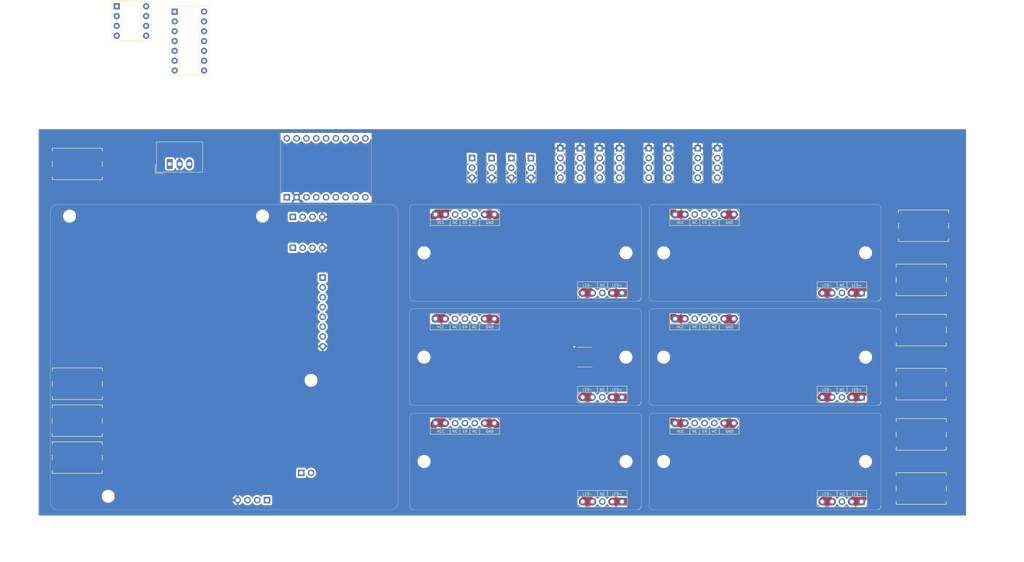
<source format=kicad_pcb>
(kicad_pcb (version 20240108) (generator "pcbnew") (generator_version "8.0")
  (layers (0 "F.Cu" signal) (31 "B.Cu" signal) (34 "B.Paste" user) (35 "F.Paste" user) (36 "B.SilkS" user "B.Silkscreen") (37 "F.SilkS" user "F.Silkscreen") (38 "B.Mask" user) (39 "F.Mask" user) (44 "Edge.Cuts" user))
  (net 0 "")
  (net 1 "GND 1")
  (net 2 "GND 2")
  (net 10 "GND 3")
  (net 11 "+12V")
  (net 12 "/Driver1/LED+")
  (net 13 "/Driver1/LED-")
  (net 14 "/Driver/LED+")
  (net 15 "/Driver/LED-")
  (net 16 "/Driver2/LED+")
  (net 17 "/Driver2/LED-")
  (net 18 "/Driver3/LED+")
  (net 19 "/Driver3/LED-")
  (net 20 "/Driver4/LED+")
  (net 21 "/Driver4/LED-")
  (net 22 "/Driver5/LED-")
  (net 23 "/Driver5/LED+")
  (net 24 "VCC 1")
  (net 25 "GND")
  (net 26 "VCC 2")
  (net 27 "VCC 3")
  (net 28 "IO1")
  (net 29 "IO6")
  (net 30 "IO3")
  (net 31 "IO4")
  (net 32 "IO5")
  (net 33 "IO2")
  (net 34 "+3V3")
  (net 35 "IO1 ISO")
  (net 36 "+5V")
  (net 37 "TX")
  (net 38 "SDA")
  (net 39 "SCL")
  (net 40 "RX")
  (net 41 "IO2 ISO")
  (net 42 "IO3 ISO")
  (net 43 "IO4 ISO")
  (net 44 "IO5 ISO")
  (net 45 "IO6 ISO")
  (net 83 "TEMP1")
  (net 84 "TEMP2")
  (net 88 "FAN1")
  (net 92 "FAN3")
  (net 95 "FAN2")
  (net 99 "TEMP3")
  (footprint "MHCI:2060-452-998-404 Wago" (layer "F.Cu") (at 35 98.439601 -90)
    (property "Reference" "J8" (hide yes))
    (property "Value" "Conn_01x02" (hide yes))
    (pad "1" smd rect (at -2.000001 -5.405001 270) (size 2 3.500001) (layers "F.Cu" "F.Paste" "F.Mask") (net 26 "VCC 2"))
    (pad "1" smd rect (at -2.000001 3.844999 270) (size 2 6) (layers "F.Cu" "F.Paste" "F.Mask") (net 26 "VCC 2"))
    (pad "2" smd rect (at 2.000001 -5.405001 270) (size 2 3.500001) (layers "F.Cu" "F.Paste" "F.Mask") (net 2 "GND 2"))
    (pad "2" smd rect (at 2.000001 3.844999 270) (size 2 6) (layers "F.Cu" "F.Paste" "F.Mask") (net 2 "GND 2"))
  )
  (footprint "Connector_PinHeader_2.54mm:PinHeader_1x04_P2.54mm_Vertical" (layer "F.Cu") (at 165.1 27.94)
    (property "Reference" "J13" (hide yes))
    (property "Value" "Conn_01x04")
    (pad "1" thru_hole rect (at 0 0) (size 1.7 1.7) (drill 1) (layers "*.Cu" "*.Mask") (net 25 "GND"))
    (pad "2" thru_hole oval (at 0 2.54) (size 1.7 1.7) (drill 1) (layers "*.Cu" "*.Mask") (net 11 "+12V"))
    (pad "3" thru_hole oval (at 0 5.08) (size 1.7 1.7) (drill 1) (layers "*.Cu" "*.Mask"))
    (pad "4" thru_hole oval (at 0 7.62) (size 1.7 1.7) (drill 1) (layers "*.Cu" "*.Mask") (net 88 "FAN1"))
  )
  (footprint "Connector_PinHeader_2.54mm:PinHeader_1x03_P2.54mm_Vertical" (layer "F.Cu") (at 137.16 30.48)
    (property "Reference" "J11" (hide yes))
    (property "Value" "Conn_01x03")
    (pad "1" thru_hole rect (at 0 0) (size 1.7 1.7) (drill 1) (layers "*.Cu" "*.Mask") (net 34 "+3V3"))
    (pad "2" thru_hole oval (at 0 2.54) (size 1.7 1.7) (drill 1) (layers "*.Cu" "*.Mask") (net 83 "TEMP1"))
    (pad "3" thru_hole oval (at 0 5.08) (size 1.7 1.7) (drill 1) (layers "*.Cu" "*.Mask") (net 25 "GND"))
  )
  (footprint "Connector_PinHeader_2.54mm:PinHeader_1x04_P2.54mm_Vertical" (layer "F.Cu") (at 182.88 27.94)
    (property "Reference" "J16" (hide yes))
    (property "Value" "Conn_01x04")
    (pad "1" thru_hole rect (at 0 0) (size 1.7 1.7) (drill 1) (layers "*.Cu" "*.Mask") (net 25 "GND"))
    (pad "2" thru_hole oval (at 0 2.54) (size 1.7 1.7) (drill 1) (layers "*.Cu" "*.Mask") (net 11 "+12V"))
    (pad "3" thru_hole oval (at 0 5.08) (size 1.7 1.7) (drill 1) (layers "*.Cu" "*.Mask"))
    (pad "4" thru_hole oval (at 0 7.62) (size 1.7 1.7) (drill 1) (layers "*.Cu" "*.Mask") (net 92 "FAN3"))
  )
  (footprint "Connector_PinHeader_2.54mm:PinHeader_1x03_P2.54mm_Vertical" (layer "F.Cu") (at 147.32 30.48)
    (property "Reference" "J21" (hide yes))
    (property "Value" "Conn_01x03")
    (pad "1" thru_hole rect (at 0 0) (size 1.7 1.7) (drill 1) (layers "*.Cu" "*.Mask") (net 34 "+3V3"))
    (pad "2" thru_hole oval (at 0 2.54) (size 1.7 1.7) (drill 1) (layers "*.Cu" "*.Mask") (net 84 "TEMP2"))
    (pad "3" thru_hole oval (at 0 5.08) (size 1.7 1.7) (drill 1) (layers "*.Cu" "*.Mask") (net 25 "GND"))
  )
  (footprint "MHCI:MHCI-A6211" (layer "F.Cu") (at 150 55)
    (property "Reference" "U1" (hide yes))
    (property "Value" "~")
    (fp_text user "LED+" (at 24.7 8.8 0) (layer "F.SilkS") (effects (font (size 0.66 0.66) (thickness 0.1)) (justify bottom)))
    (fp_text user "NC" (at 20.9 8.8 0) (layer "F.SilkS") (effects (font (size 0.66 0.66) (thickness 0.1)) (justify bottom)))
    (fp_text user "EN" (at -14.675 -7.425 0) (layer "F.SilkS") (effects (font (size 0.66 0.66) (thickness 0.1)) (justify bottom)))
    (fp_text user "NC" (at -17.25 -7.425 0) (layer "F.SilkS") (effects (font (size 0.66 0.66) (thickness 0.1)) (justify bottom)))
    (fp_text user "VCC" (at -20.94 -7.425 0) (layer "F.SilkS") (effects (font (size 0.66 0.66) (thickness 0.1)) (justify bottom)))
    (fp_text user "NC" (at -12.15 -7.425 0) (layer "F.SilkS") (effects (font (size 0.66 0.66) (thickness 0.1)) (justify bottom)))
    (fp_text user "LED-" (at 17.1 8.8 0) (layer "F.SilkS") (effects (font (size 0.66 0.66) (thickness 0.1)) (justify bottom)))
    (fp_text user "GND" (at -8.24 -7.425 0) (layer "F.SilkS") (effects (font (size 0.66 0.66) (thickness 0.1)) (justify bottom)))
    (pad "" np_thru_hole circle (at -25.25 0) (size 3.2 3.2) (drill 3.2) (layers "*.Cu" "*.Mask"))
    (pad "" thru_hole oval (at -17.22 -9.93 270) (size 1.7 1.7) (drill 1) (layers "*.Cu" "*.Mask"))
    (pad "" thru_hole oval (at -12.14 -9.93 270) (size 1.7 1.7) (drill 1) (layers "*.Cu" "*.Mask"))
    (pad "" thru_hole oval (at 20.88 10.39 90) (size 1.7 1.7) (drill 1) (layers "*.Cu" "*.Mask"))
    (pad "" np_thru_hole circle (at 27 0) (size 3.2 3.2) (drill 3.2) (layers "*.Cu" "*.Mask"))
    (pad "1" thru_hole rect (at -22.3 -9.93 270) (size 1.7 1.7) (drill 1) (layers "*.Cu" "*.Mask") (net 24 "VCC 1"))
    (pad "1" thru_hole oval (at -19.76 -9.93 270) (size 1.7 1.7) (drill 1) (layers "*.Cu" "*.Mask") (net 24 "VCC 1"))
    (pad "2" thru_hole oval (at -9.6 -9.93 270) (size 1.7 1.7) (drill 1) (layers "*.Cu" "*.Mask") (net 1 "GND 1"))
    (pad "2" thru_hole oval (at -7.06 -9.93 270) (size 1.7 1.7) (drill 1) (layers "*.Cu" "*.Mask") (net 1 "GND 1"))
    (pad "3" thru_hole oval (at -14.68 -9.93 270) (size 1.7 1.7) (drill 1) (layers "*.Cu" "*.Mask") (net 35 "IO1 ISO"))
    (pad "4" thru_hole oval (at 23.42 10.39 90) (size 1.7 1.7) (drill 1) (layers "*.Cu" "*.Mask") (net 14 "/Driver/LED+"))
    (pad "4" thru_hole rect (at 25.96 10.389999 90) (size 1.7 1.7) (drill 1) (layers "*.Cu" "*.Mask") (net 14 "/Driver/LED+"))
    (pad "5" thru_hole oval (at 15.800001 10.39 90) (size 1.7 1.7) (drill 1) (layers "*.Cu" "*.Mask") (net 15 "/Driver/LED-"))
    (pad "5" thru_hole oval (at 18.34 10.39 90) (size 1.7 1.7) (drill 1) (layers "*.Cu" "*.Mask") (net 15 "/Driver/LED-"))
  )
  (footprint "MHCI:MHCI-DMX" (layer "F.Cu") (at 73 82 -90)
    (property "Reference" "U2" (hide yes))
    (property "Value" "~" (hide yes))
    (pad "" np_thru_hole circle (at -36.5 -9.95 270) (size 3.2 3.2) (drill 3.2) (layers "*.Cu" "*.Mask"))
    (pad "" np_thru_hole circle (at -36.5 40 270) (size 3.2 3.2) (drill 3.2) (layers "*.Cu" "*.Mask"))
    (pad "" np_thru_hole circle (at 6 -22.5 270) (size 3.2 3.2) (drill 3.2) (layers "*.Cu" "*.Mask"))
    (pad "" np_thru_hole circle (at 36.000001 30 270) (size 3.2 3.2) (drill 3.2) (layers "*.Cu" "*.Mask"))
    (pad "1" thru_hole rect (at 29.94 -19.96 270) (size 1.7 1.7) (drill 1) (layers "*.Cu" "*.Mask") (net 36 "+5V"))
    (pad "2" thru_hole oval (at 29.94 -22.500001 270) (size 1.7 1.7) (drill 1) (layers "*.Cu" "*.Mask"))
    (pad "3" thru_hole rect (at -20.58 -25.499999) (size 1.7 1.7) (drill 1) (layers "*.Cu" "*.Mask"))
    (pad "4" thru_hole rect (at -28.299999 -17.78 90) (size 1.7 1.7) (drill 1) (layers "*.Cu" "*.Mask"))
    (pad "5" thru_hole rect (at -36.3 -17.78 90) (size 1.7 1.7) (drill 1) (layers "*.Cu" "*.Mask"))
    (pad "6" thru_hole rect (at 36.999999 -11.12 270) (size 1.7 1.7) (drill 1) (layers "*.Cu" "*.Mask"))
    (pad "7" thru_hole oval (at -2.8 -25.5) (size 1.7 1.7) (drill 1) (layers "*.Cu" "*.Mask") (net 25 "GND"))
    (pad "8" thru_hole oval (at -28.3 -25.4 90) (size 1.7 1.7) (drill 1) (layers "*.Cu" "*.Mask") (net 25 "GND"))
    (pad "9" thru_hole oval (at -36.3 -25.4 90) (size 1.7 1.7) (drill 1) (layers "*.Cu" "*.Mask") (net 25 "GND"))
    (pad "10" thru_hole oval (at 37 -3.5 270) (size 1.7 1.7) (drill 1) (layers "*.Cu" "*.Mask") (net 25 "GND"))
    (pad "11" thru_hole oval (at -18.04 -25.5) (size 1.7 1.7) (drill 1) (layers "*.Cu" "*.Mask") (net 28 "IO1"))
    (pad "12" thru_hole oval (at -15.5 -25.5) (size 1.7 1.7) (drill 1) (layers "*.Cu" "*.Mask") (net 33 "IO2"))
    (pad "13" thru_hole oval (at -12.96 -25.5) (size 1.7 1.7) (drill 1) (layers "*.Cu" "*.Mask") (net 30 "IO3"))
    (pad "14" thru_hole oval (at -10.42 -25.5) (size 1.7 1.7) (drill 1) (layers "*.Cu" "*.Mask") (net 31 "IO4"))
    (pad "15" thru_hole oval (at -7.88 -25.499999) (size 1.7 1.7) (drill 1) (layers "*.Cu" "*.Mask") (net 32 "IO5"))
    (pad "16" thru_hole oval (at -5.34 -25.5) (size 1.7 1.7) (drill 1) (layers "*.Cu" "*.Mask") (net 29 "IO6"))
    (pad "17" thru_hole oval (at -28.3 -22.86 90) (size 1.7 1.7) (drill 1) (layers "*.Cu" "*.Mask") (net 38 "SDA"))
    (pad "18" thru_hole oval (at -28.3 -20.32 90) (size 1.7 1.7) (drill 1) (layers "*.Cu" "*.Mask") (net 39 "SCL"))
    (pad "19" thru_hole oval (at -36.3 -22.86 90) (size 1.7 1.7) (drill 1) (layers "*.Cu" "*.Mask") (net 40 "RX"))
    (pad "20" thru_hole oval (at -36.3 -20.32 90) (size 1.7 1.7) (drill 1) (layers "*.Cu" "*.Mask") (net 37 "TX"))
    (pad "21" thru_hole oval (at 37 -8.58 270) (size 1.7 1.7) (drill 1) (layers "*.Cu" "*.Mask"))
    (pad "22" thru_hole oval (at 37 -6.04 270) (size 1.7 1.7) (drill 1) (layers "*.Cu" "*.Mask"))
  )
  (footprint "Connector_PinHeader_2.54mm:PinHeader_1x04_P2.54mm_Vertical" (layer "F.Cu") (at 160.02 27.94)
    (property "Reference" "J12" (hide yes))
    (property "Value" "Conn_01x04")
    (pad "1" thru_hole rect (at 0 0) (size 1.7 1.7) (drill 1) (layers "*.Cu" "*.Mask") (net 25 "GND"))
    (pad "2" thru_hole oval (at 0 2.54) (size 1.7 1.7) (drill 1) (layers "*.Cu" "*.Mask") (net 11 "+12V"))
    (pad "3" thru_hole oval (at 0 5.08) (size 1.7 1.7) (drill 1) (layers "*.Cu" "*.Mask"))
    (pad "4" thru_hole oval (at 0 7.62) (size 1.7 1.7) (drill 1) (layers "*.Cu" "*.Mask") (net 88 "FAN1"))
  )
  (footprint "MHCI:MHCI-A6211" (layer "F.Cu") (at 212 55)
    (property "Reference" "U3" (hide yes))
    (property "Value" "~")
    (fp_text user "VCC" (at -20.94 -7.425 0) (layer "F.SilkS") (effects (font (size 0.66 0.66) (thickness 0.1)) (justify bottom)))
    (fp_text user "EN" (at -14.675 -7.425 0) (layer "F.SilkS") (effects (font (size 0.66 0.66) (thickness 0.1)) (justify bottom)))
    (fp_text user "NC" (at -17.25 -7.425 0) (layer "F.SilkS") (effects (font (size 0.66 0.66) (thickness 0.1)) (justify bottom)))
    (fp_text user "GND" (at -8.24 -7.425 0) (layer "F.SilkS") (effects (font (size 0.66 0.66) (thickness 0.1)) (justify bottom)))
    (fp_text user "LED+" (at 24.7 8.8 0) (layer "F.SilkS") (effects (font (size 0.66 0.66) (thickness 0.1)) (justify bottom)))
    (fp_text user "NC" (at 20.9 8.8 0) (layer "F.SilkS") (effects (font (size 0.66 0.66) (thickness 0.1)) (justify bottom)))
    (fp_text user "NC" (at -12.15 -7.425 0) (layer "F.SilkS") (effects (font (size 0.66 0.66) (thickness 0.1)) (justify bottom)))
    (fp_text user "LED-" (at 17.1 8.8 0) (layer "F.SilkS") (effects (font (size 0.66 0.66) (thickness 0.1)) (justify bottom)))
    (pad "" np_thru_hole circle (at -25.25 0) (size 3.2 3.2) (drill 3.2) (layers "*.Cu" "*.Mask"))
    (pad "" thru_hole oval (at -17.22 -9.93 270) (size 1.7 1.7) (drill 1) (layers "*.Cu" "*.Mask"))
    (pad "" thru_hole oval (at -12.14 -9.93 270) (size 1.7 1.7) (drill 1) (layers "*.Cu" "*.Mask"))
    (pad "" thru_hole oval (at 20.88 10.39 90) (size 1.7 1.7) (drill 1) (layers "*.Cu" "*.Mask"))
    (pad "" np_thru_hole circle (at 27 0) (size 3.2 3.2) (drill 3.2) (layers "*.Cu" "*.Mask"))
    (pad "1" thru_hole rect (at -22.3 -9.93 270) (size 1.7 1.7) (drill 1) (layers "*.Cu" "*.Mask") (net 24 "VCC 1"))
    (pad "1" thru_hole oval (at -19.76 -9.93 270) (size 1.7 1.7) (drill 1) (layers "*.Cu" "*.Mask") (net 24 "VCC 1"))
    (pad "2" thru_hole oval (at -9.6 -9.93 270) (size 1.7 1.7) (drill 1) (layers "*.Cu" "*.Mask") (net 1 "GND 1"))
    (pad "2" thru_hole oval (at -7.06 -9.93 270) (size 1.7 1.7) (drill 1) (layers "*.Cu" "*.Mask") (net 1 "GND 1"))
    (pad "3" thru_hole oval (at -14.68 -9.93 270) (size 1.7 1.7) (drill 1) (layers "*.Cu" "*.Mask") (net 41 "IO2 ISO"))
    (pad "4" thru_hole oval (at 23.42 10.39 90) (size 1.7 1.7) (drill 1) (layers "*.Cu" "*.Mask") (net 12 "/Driver1/LED+"))
    (pad "4" thru_hole rect (at 25.96 10.389999 90) (size 1.7 1.7) (drill 1) (layers "*.Cu" "*.Mask") (net 12 "/Driver1/LED+"))
    (pad "5" thru_hole oval (at 15.800001 10.39 90) (size 1.7 1.7) (drill 1) (layers "*.Cu" "*.Mask") (net 13 "/Driver1/LED-"))
    (pad "5" thru_hole oval (at 18.34 10.39 90) (size 1.7 1.7) (drill 1) (layers "*.Cu" "*.Mask") (net 13 "/Driver1/LED-"))
  )
  (footprint "MHCI:MHCI-A6211" (layer "F.Cu") (at 212 109)
    (property "Reference" "U7" (hide yes))
    (property "Value" "~")
    (fp_text user "LED-" (at 17.1 8.8 0) (layer "F.SilkS") (effects (font (size 0.66 0.66) (thickness 0.1)) (justify bottom)))
    (fp_text user "NC" (at -17.25 -7.425 0) (layer "F.SilkS") (effects (font (size 0.66 0.66) (thickness 0.1)) (justify bottom)))
    (fp_text user "LED+" (at 24.7 8.8 0) (layer "F.SilkS") (effects (font (size 0.66 0.66) (thickness 0.1)) (justify bottom)))
    (fp_text user "NC" (at 20.9 8.8 0) (layer "F.SilkS") (effects (font (size 0.66 0.66) (thickness 0.1)) (justify bottom)))
    (fp_text user "NC" (at -12.15 -7.425 0) (layer "F.SilkS") (effects (font (size 0.66 0.66) (thickness 0.1)) (justify bottom)))
    (fp_text user "EN" (at -14.675 -7.425 0) (layer "F.SilkS") (effects (font (size 0.66 0.66) (thickness 0.1)) (justify bottom)))
    (fp_text user "VCC" (at -20.94 -7.425 0) (layer "F.SilkS") (effects (font (size 0.66 0.66) (thickness 0.1)) (justify bottom)))
    (fp_text user "GND" (at -8.24 -7.425 0) (layer "F.SilkS") (effects (font (size 0.66 0.66) (thickness 0.1)) (justify bottom)))
    (pad "" np_thru_hole circle (at -25.25 0) (size 3.2 3.2) (drill 3.2) (layers "*.Cu" "*.Mask"))
    (pad "" thru_hole oval (at -17.22 -9.93 270) (size 1.7 1.7) (drill 1) (layers "*.Cu" "*.Mask"))
    (pad "" thru_hole oval (at -12.14 -9.93 270) (size 1.7 1.7) (drill 1) (layers "*.Cu" "*.Mask"))
    (pad "" thru_hole oval (at 20.88 10.39 90) (size 1.7 1.7) (drill 1) (layers "*.Cu" "*.Mask"))
    (pad "" np_thru_hole circle (at 27 0) (size 3.2 3.2) (drill 3.2) (layers "*.Cu" "*.Mask"))
    (pad "1" thru_hole rect (at -22.3 -9.93 270) (size 1.7 1.7) (drill 1) (layers "*.Cu" "*.Mask") (net 27 "VCC 3"))
    (pad "1" thru_hole oval (at -19.76 -9.93 270) (size 1.7 1.7) (drill 1) (layers "*.Cu" "*.Mask") (net 27 "VCC 3"))
    (pad "2" thru_hole oval (at -9.6 -9.93 270) (size 1.7 1.7) (drill 1) (layers "*.Cu" "*.Mask") (net 10 "GND 3"))
    (pad "2" thru_hole oval (at -7.06 -9.93 270) (size 1.7 1.7) (drill 1) (layers "*.Cu" "*.Mask") (net 10 "GND 3"))
    (pad "3" thru_hole oval (at -14.68 -9.93 270) (size 1.7 1.7) (drill 1) (layers "*.Cu" "*.Mask") (net 45 "IO6 ISO"))
    (pad "4" thru_hole oval (at 23.42 10.39 90) (size 1.7 1.7) (drill 1) (layers "*.Cu" "*.Mask") (net 23 "/Driver5/LED+"))
    (pad "4" thru_hole rect (at 25.96 10.389999 90) (size 1.7 1.7) (drill 1) (layers "*.Cu" "*.Mask") (net 23 "/Driver5/LED+"))
    (pad "5" thru_hole oval (at 15.800001 10.39 90) (size 1.7 1.7) (drill 1) (layers "*.Cu" "*.Mask") (net 22 "/Driver5/LED-"))
    (pad "5" thru_hole oval (at 18.34 10.39 90) (size 1.7 1.7) (drill 1) (layers "*.Cu" "*.Mask") (net 22 "/Driver5/LED-"))
  )
  (footprint "MHCI:2060-452-998-404 Wago" (layer "F.Cu") (at 253.380001 89 90)
    (property "Reference" "J4" (hide yes))
    (property "Value" "Conn_01x02")
    (pad "1" smd rect (at -2.000001 -5.405001 90) (size 2 3.500001) (layers "F.Cu" "F.Paste" "F.Mask") (net 18 "/Driver3/LED+"))
    (pad "1" smd rect (at -2.000001 3.844999 90) (size 2 6) (layers "F.Cu" "F.Paste" "F.Mask") (net 18 "/Driver3/LED+"))
    (pad "2" smd rect (at 2.000001 -5.405001 90) (size 2 3.500001) (layers "F.Cu" "F.Paste" "F.Mask") (net 19 "/Driver3/LED-"))
    (pad "2" smd rect (at 2.000001 3.844999 90) (size 2 6) (layers "F.Cu" "F.Paste" "F.Mask") (net 19 "/Driver3/LED-"))
  )
  (footprint "Connector_PinHeader_2.54mm:PinHeader_1x04_P2.54mm_Vertical" (layer "F.Cu") (at 175.26 27.94)
    (property "Reference" "J15" (hide yes))
    (property "Value" "Conn_01x04")
    (pad "1" thru_hole rect (at 0 0) (size 1.7 1.7) (drill 1) (layers "*.Cu" "*.Mask") (net 25 "GND"))
    (pad "2" thru_hole oval (at 0 2.54) (size 1.7 1.7) (drill 1) (layers "*.Cu" "*.Mask") (net 11 "+12V"))
    (pad "3" thru_hole oval (at 0 5.08) (size 1.7 1.7) (drill 1) (layers "*.Cu" "*.Mask"))
    (pad "4" thru_hole oval (at 0 7.62) (size 1.7 1.7) (drill 1) (layers "*.Cu" "*.Mask") (net 88 "FAN1"))
  )
  (footprint "Connector_PinHeader_2.54mm:PinHeader_1x03_P2.54mm_Vertical" (layer "F.Cu") (at 142.24 30.48)
    (property "Reference" "J20" (hide yes))
    (property "Value" "Conn_01x03")
    (pad "1" thru_hole rect (at 0 0) (size 1.7 1.7) (drill 1) (layers "*.Cu" "*.Mask") (net 34 "+3V3"))
    (pad "2" thru_hole oval (at 0 2.54) (size 1.7 1.7) (drill 1) (layers "*.Cu" "*.Mask") (net 83 "TEMP1"))
    (pad "3" thru_hole oval (at 0 5.08) (size 1.7 1.7) (drill 1) (layers "*.Cu" "*.Mask") (net 25 "GND"))
  )
  (footprint "MHCI:2060-452-998-404 Wago" (layer "F.Cu") (at 253.405001 101.999999 90)
    (property "Reference" "J5" (hide yes))
    (property "Value" "Conn_01x02")
    (pad "1" smd rect (at -2.000001 -5.405001 90) (size 2 3.500001) (layers "F.Cu" "F.Paste" "F.Mask") (net 20 "/Driver4/LED+"))
    (pad "1" smd rect (at -2.000001 3.844999 90) (size 2 6) (layers "F.Cu" "F.Paste" "F.Mask") (net 20 "/Driver4/LED+"))
    (pad "2" smd rect (at 2.000001 -5.405001 90) (size 2 3.500001) (layers "F.Cu" "F.Paste" "F.Mask") (net 21 "/Driver4/LED-"))
    (pad "2" smd rect (at 2.000001 3.844999 90) (size 2 6) (layers "F.Cu" "F.Paste" "F.Mask") (net 21 "/Driver4/LED-"))
  )
  (footprint "Package_DIP:DIP-14_W7.62mm_Socket" (layer "F.Cu") (at 60.2 -7.42)
    (property "Reference" "U11" (hide yes))
    (property "Value" "74LS04")
    (pad "1" thru_hole rect (at 0 0) (size 1.6 1.6) (drill 0.8) (layers "*.Cu" "*.Mask"))
    (pad "2" thru_hole oval (at 0 2.54) (size 1.6 1.6) (drill 0.8) (layers "*.Cu" "*.Mask"))
    (pad "3" thru_hole oval (at 0 5.08) (size 1.6 1.6) (drill 0.8) (layers "*.Cu" "*.Mask"))
    (pad "4" thru_hole oval (at 0 7.62) (size 1.6 1.6) (drill 0.8) (layers "*.Cu" "*.Mask"))
    (pad "5" thru_hole oval (at 0 10.16) (size 1.6 1.6) (drill 0.8) (layers "*.Cu" "*.Mask"))
    (pad "6" thru_hole oval (at 0 12.7) (size 1.6 1.6) (drill 0.8) (layers "*.Cu" "*.Mask"))
    (pad "7" thru_hole oval (at 0 15.24) (size 1.6 1.6) (drill 0.8) (layers "*.Cu" "*.Mask"))
    (pad "8" thru_hole oval (at 7.62 15.24) (size 1.6 1.6) (drill 0.8) (layers "*.Cu" "*.Mask"))
    (pad "9" thru_hole oval (at 7.62 12.7) (size 1.6 1.6) (drill 0.8) (layers "*.Cu" "*.Mask"))
    (pad "10" thru_hole oval (at 7.62 10.16) (size 1.6 1.6) (drill 0.8) (layers "*.Cu" "*.Mask"))
    (pad "11" thru_hole oval (at 7.62 7.62) (size 1.6 1.6) (drill 0.8) (layers "*.Cu" "*.Mask"))
    (pad "12" thru_hole oval (at 7.62 5.08) (size 1.6 1.6) (drill 0.8) (layers "*.Cu" "*.Mask"))
    (pad "13" thru_hole oval (at 7.62 2.54) (size 1.6 1.6) (drill 0.8) (layers "*.Cu" "*.Mask"))
    (pad "14" thru_hole oval (at 7.62 0) (size 1.6 1.6) (drill 0.8) (layers "*.Cu" "*.Mask"))
  )
  (footprint "Converter_DCDC:Converter_DCDC_TRACO_TSR-1_THT" (layer "F.Cu") (at 58.92 32)
    (property "Reference" "U12" (hide yes))
    (property "Value" "TSR_2-2450")
    (pad "1" thru_hole rect (at 0 0) (size 1.5 2.5) (drill 1) (layers "*.Cu" "*.Mask") (net 11 "+12V"))
    (pad "2" thru_hole oval (at 2.54 0) (size 1.5 2.5) (drill 1) (layers "*.Cu" "*.Mask") (net 25 "GND"))
    (pad "3" thru_hole oval (at 5.08 0) (size 1.5 2.5) (drill 1) (layers "*.Cu" "*.Mask") (net 36 "+5V"))
  )
  (footprint "Connector_PinHeader_2.54mm:PinHeader_1x04_P2.54mm_Vertical" (layer "F.Cu") (at 195.58 27.94)
    (property "Reference" "J18" (hide yes))
    (property "Value" "Conn_01x04")
    (pad "1" thru_hole rect (at 0 0) (size 1.7 1.7) (drill 1) (layers "*.Cu" "*.Mask") (net 25 "GND"))
    (pad "2" thru_hole oval (at 0 2.54) (size 1.7 1.7) (drill 1) (layers "*.Cu" "*.Mask") (net 11 "+12V"))
    (pad "3" thru_hole oval (at 0 5.08) (size 1.7 1.7) (drill 1) (layers "*.Cu" "*.Mask"))
    (pad "4" thru_hole oval (at 0 7.62) (size 1.7 1.7) (drill 1) (layers "*.Cu" "*.Mask") (net 95 "FAN2"))
  )
  (footprint "Connector_PinHeader_2.54mm:PinHeader_1x03_P2.54mm_Vertical" (layer "F.Cu") (at 152.4 30.48)
    (property "Reference" "J22" (hide yes))
    (property "Value" "Conn_01x03")
    (pad "1" thru_hole rect (at 0 0) (size 1.7 1.7) (drill 1) (layers "*.Cu" "*.Mask") (net 34 "+3V3"))
    (pad "2" thru_hole oval (at 0 2.54) (size 1.7 1.7) (drill 1) (layers "*.Cu" "*.Mask") (net 84 "TEMP2"))
    (pad "3" thru_hole oval (at 0 5.08) (size 1.7 1.7) (drill 1) (layers "*.Cu" "*.Mask") (net 25 "GND"))
  )
  (footprint "MHCI:2060-452-998-404 Wago" (layer "F.Cu") (at 253.405001 115.999999 90)
    (property "Reference" "J6" (hide yes))
    (property "Value" "Conn_01x02")
    (pad "1" smd rect (at -2.000001 -5.405001 90) (size 2 3.500001) (layers "F.Cu" "F.Paste" "F.Mask") (net 23 "/Driver5/LED+"))
    (pad "1" smd rect (at -2.000001 3.844999 90) (size 2 6) (layers "F.Cu" "F.Paste" "F.Mask") (net 23 "/Driver5/LED+"))
    (pad "2" smd rect (at 2.000001 -5.405001 90) (size 2 3.500001) (layers "F.Cu" "F.Paste" "F.Mask") (net 22 "/Driver5/LED-"))
    (pad "2" smd rect (at 2.000001 3.844999 90) (size 2 6) (layers "F.Cu" "F.Paste" "F.Mask") (net 22 "/Driver5/LED-"))
  )
  (footprint "Connector_PinHeader_2.54mm:PinHeader_1x04_P2.54mm_Vertical" (layer "F.Cu") (at 187.96 27.94)
    (property "Reference" "J17" (hide yes))
    (property "Value" "Conn_01x04")
    (pad "1" thru_hole rect (at 0 0) (size 1.7 1.7) (drill 1) (layers "*.Cu" "*.Mask") (net 25 "GND"))
    (pad "2" thru_hole oval (at 0 2.54) (size 1.7 1.7) (drill 1) (layers "*.Cu" "*.Mask") (net 11 "+12V"))
    (pad "3" thru_hole oval (at 0 5.08) (size 1.7 1.7) (drill 1) (layers "*.Cu" "*.Mask"))
    (pad "4" thru_hole oval (at 0 7.62) (size 1.7 1.7) (drill 1) (layers "*.Cu" "*.Mask") (net 92 "FAN3"))
  )
  (footprint "Connector_PinHeader_2.54mm:PinHeader_1x04_P2.54mm_Vertical" (layer "F.Cu") (at 170.18 27.94)
    (property "Reference" "J14" (hide yes))
    (property "Value" "Conn_01x04")
    (pad "1" thru_hole rect (at 0 0) (size 1.7 1.7) (drill 1) (layers "*.Cu" "*.Mask") (net 25 "GND"))
    (pad "2" thru_hole oval (at 0 2.54) (size 1.7 1.7) (drill 1) (layers "*.Cu" "*.Mask") (net 11 "+12V"))
    (pad "3" thru_hole oval (at 0 5.08) (size 1.7 1.7) (drill 1) (layers "*.Cu" "*.Mask"))
    (pad "4" thru_hole oval (at 0 7.62) (size 1.7 1.7) (drill 1) (layers "*.Cu" "*.Mask") (net 88 "FAN1"))
  )
  (footprint "MHCI:ESP-32-S3-Zero - PTH" (layer "F.Cu") (at 99.38 33 90)
    (property "Reference" "U8" (hide yes))
    (property "Value" "~")
    (pad "1" thru_hole circle (at -7.62 -2.54 90) (size 1.7 1.7) (drill 1) (layers "*.Cu" "*.Mask"))
    (pad "2" thru_hole circle (at -7.62 0 90) (size 1.7 1.7) (drill 1) (layers "*.Cu" "*.Mask"))
    (pad "3" thru_hole circle (at -7.62 2.54 90) (size 1.7 1.7) (drill 1) (layers "*.Cu" "*.Mask"))
    (pad "3V3" thru_hole circle (at -7.62 -5.08 90) (size 1.7 1.7) (drill 1) (layers "*.Cu" "*.Mask") (net 34 "+3V3"))
    (pad "4" thru_hole circle (at -7.62 5.08 90) (size 1.7 1.7) (drill 1) (layers "*.Cu" "*.Mask"))
    (pad "5" thru_hole circle (at -7.62 7.62 90) (size 1.7 1.7) (drill 1) (layers "*.Cu" "*.Mask"))
    (pad "5V" thru_hole rect (at -7.62 -10.16 90) (size 1.7 1.7) (drill 1) (layers "*.Cu" "*.Mask") (net 36 "+5V"))
    (pad "6" thru_hole circle (at -7.62 10.16 90) (size 1.7 1.7) (drill 1) (layers "*.Cu" "*.Mask"))
    (pad "7" thru_hole circle (at 7.62 10.16 90) (size 1.7 1.7) (drill 1) (layers "*.Cu" "*.Mask"))
    (pad "8" thru_hole circle (at 7.62 7.62 90) (size 1.7 1.7) (drill 1) (layers "*.Cu" "*.Mask"))
    (pad "9" thru_hole circle (at 7.62 5.08 90) (size 1.7 1.7) (drill 1) (layers "*.Cu" "*.Mask"))
    (pad "10" thru_hole circle (at 7.62 2.54 90) (size 1.7 1.7) (drill 1) (layers "*.Cu" "*.Mask"))
    (pad "11" thru_hole circle (at 7.62 0 90) (size 1.7 1.7) (drill 1) (layers "*.Cu" "*.Mask"))
    (pad "12" thru_hole circle (at 7.62 -2.54 90) (size 1.7 1.7) (drill 1) (layers "*.Cu" "*.Mask"))
    (pad "13" thru_hole circle (at 7.62 -5.08 90) (size 1.7 1.7) (drill 1) (layers "*.Cu" "*.Mask"))
    (pad "GND" thru_hole circle (at -7.62 -7.62 90) (size 1.7 1.7) (drill 1) (layers "*.Cu" "*.Mask") (net 25 "GND"))
    (pad "RX" thru_hole circle (at 7.62 -7.62 90) (size 1.7 1.7) (drill 1) (layers "*.Cu" "*.Mask"))
    (pad "TX" thru_hole circle (at 7.62 -10.16 90) (size 1.7 1.7) (drill 1) (layers "*.Cu" "*.Mask"))
  )
  (footprint "MHCI:2060-452-998-404 Wago" (layer "F.Cu") (at 35 108 -90)
    (property "Reference" "J9" (hide yes))
    (property "Value" "Conn_01x02")
    (pad "1" smd rect (at -2.000001 -5.405001 270) (size 2 3.500001) (layers "F.Cu" "F.Paste" "F.Mask") (net 27 "VCC 3"))
    (pad "1" smd rect (at -2.000001 3.844999 270) (size 2 6) (layers "F.Cu" "F.Paste" "F.Mask") (net 27 "VCC 3"))
    (pad "2" smd rect (at 2.000001 -5.405001 270) (size 2 3.500001) (layers "F.Cu" "F.Paste" "F.Mask") (net 10 "GND 3"))
    (pad "2" smd rect (at 2.000001 3.844999 270) (size 2 6) (layers "F.Cu" "F.Paste" "F.Mask") (net 10 "GND 3"))
  )
  (footprint "MHCI:2060-452-998-404 Wago" (layer "F.Cu") (at 35 88.879201 -90)
    (property "Reference" "J7" (hide yes))
    (property "Value" "Conn_01x02" (hide yes))
    (pad "1" smd rect (at -2.000001 -5.405001 270) (size 2 3.500001) (layers "F.Cu" "F.Paste" "F.Mask") (net 24 "VCC 1"))
    (pad "1" smd rect (at -2.000001 3.844999 270) (size 2 6) (layers "F.Cu" "F.Paste" "F.Mask") (net 24 "VCC 1"))
    (pad "2" smd rect (at 2.000001 -5.405001 270) (size 2 3.500001) (layers "F.Cu" "F.Paste" "F.Mask") (net 1 "GND 1"))
    (pad "2" smd rect (at 2.000001 3.844999 270) (size 2 6) (layers "F.Cu" "F.Paste" "F.Mask") (net 1 "GND 1"))
  )
  (footprint "MHCI:MHCI-A6211" (layer "F.Cu") (at 150 109)
    (property "Reference" "U6" (hide yes))
    (property "Value" "~")
    (fp_text user "EN" (at -14.675 -7.425 0) (layer "F.SilkS") (effects (font (size 0.66 0.66) (thickness 0.1)) (justify bottom)))
    (fp_text user "GND" (at -8.24 -7.425 0) (layer "F.SilkS") (effects (font (size 0.66 0.66) (thickness 0.1)) (justify bottom)))
    (fp_text user "VCC" (at -20.94 -7.425 0) (layer "F.SilkS") (effects (font (size 0.66 0.66) (thickness 0.1)) (justify bottom)))
    (fp_text user "NC" (at -12.15 -7.425 0) (layer "F.SilkS") (effects (font (size 0.66 0.66) (thickness 0.1)) (justify bottom)))
    (fp_text user "NC" (at 20.9 8.8 0) (layer "F.SilkS") (effects (font (size 0.66 0.66) (thickness 0.1)) (justify bottom)))
    (fp_text user "NC" (at -17.25 -7.425 0) (layer "F.SilkS") (effects (font (size 0.66 0.66) (thickness 0.1)) (justify bottom)))
    (fp_text user "LED-" (at 17.1 8.8 0) (layer "F.SilkS") (effects (font (size 0.66 0.66) (thickness 0.1)) (justify bottom)))
    (fp_text user "LED+" (at 24.7 8.8 0) (layer "F.SilkS") (effects (font (size 0.66 0.66) (thickness 0.1)) (justify bottom)))
    (pad "" np_thru_hole circle (at -25.25 0) (size 3.2 3.2) (drill 3.2) (layers "*.Cu" "*.Mask"))
    (pad "" thru_hole oval (at -17.22 -9.93 270) (size 1.7 1.7) (drill 1) (layers "*.Cu" "*.Mask"))
    (pad "" thru_hole oval (at -12.14 -9.93 270) (size 1.7 1.7) (drill 1) (layers "*.Cu" "*.Mask"))
    (pad "" thru_hole oval (at 20.88 10.39 90) (size 1.7 1.7) (drill 1) (layers "*.Cu" "*.Mask"))
    (pad "" np_thru_hole circle (at 27 0) (size 3.2 3.2) (drill 3.2) (layers "*.Cu" "*.Mask"))
    (pad "1" thru_hole rect (at -22.3 -9.93 270) (size 1.7 1.7) (drill 1) (layers "*.Cu" "*.Mask") (net 27 "VCC 3"))
    (pad "1" thru_hole oval (at -19.76 -9.93 270) (size 1.7 1.7) (drill 1) (layers "*.Cu" "*.Mask") (net 27 "VCC 3"))
    (pad "2" thru_hole oval (at -9.6 -9.93 270) (size 1.7 1.7) (drill 1) (layers "*.Cu" "*.Mask") (net 10 "GND 3"))
    (pad "2" thru_hole oval (at -7.06 -9.93 270) (size 1.7 1.7) (drill 1) (layers "*.Cu" "*.Mask") (net 10 "GND 3"))
    (pad "3" thru_hole oval (at -14.68 -9.93 270) (size 1.7 1.7) (drill 1) (layers "*.Cu" "*.Mask") (net 44 "IO5 ISO"))
    (pad "4" thru_hole oval (at 23.42 10.39 90) (size 1.7 1.7) (drill 1) (layers "*.Cu" "*.Mask") (net 20 "/Driver4/LED+"))
    (pad "4" thru_hole rect (at 25.96 10.389999 90) (size 1.7 1.7) (drill 1) (layers "*.Cu" "*.Mask") (net 20 "/Driver4/LED+"))
    (pad "5" thru_hole oval (at 15.800001 10.39 90) (size 1.7 1.7) (drill 1) (layers "*.Cu" "*.Mask") (net 21 "/Driver4/LED-"))
    (pad "5" thru_hole oval (at 18.34 10.39 90) (size 1.7 1.7) (drill 1) (layers "*.Cu" "*.Mask") (net 21 "/Driver4/LED-"))
  )
  (footprint "MHCI:2060-452-998-404 Wago" (layer "F.Cu") (at 254 48 90)
    (property "Reference" "J2" (hide yes))
    (property "Value" "Conn_01x02")
    (pad "1" smd rect (at -2.000001 -5.405001 90) (size 2 3.500001) (layers "F.Cu" "F.Paste" "F.Mask") (net 14 "/Driver/LED+"))
    (pad "1" smd rect (at -2.000001 3.844999 90) (size 2 6) (layers "F.Cu" "F.Paste" "F.Mask") (net 14 "/Driver/LED+"))
    (pad "2" smd rect (at 2.000001 -5.405001 90) (size 2 3.500001) (layers "F.Cu" "F.Paste" "F.Mask") (net 15 "/Driver/LED-"))
    (pad "2" smd rect (at 2.000001 3.844999 90) (size 2 6) (layers "F.Cu" "F.Paste" "F.Mask") (net 15 "/Driver/LED-"))
  )
  (footprint "MHCI:MHCI-A6211" (layer "F.Cu") (at 212 82)
    (property "Reference" "U5" (hide yes))
    (property "Value" "~")
    (fp_text user "NC" (at -17.25 -7.425 0) (layer "F.SilkS") (effects (font (size 0.66 0.66) (thickness 0.1)) (justify bottom)))
    (fp_text user "EN" (at -14.675 -7.425 0) (layer "F.SilkS") (effects (font (size 0.66 0.66) (thickness 0.1)) (justify bottom)))
    (fp_text user "VCC" (at -20.94 -7.425 0) (layer "F.SilkS") (effects (font (size 0.66 0.66) (thickness 0.1)) (justify bottom)))
    (fp_text user "LED+" (at 24.7 8.8 0) (layer "F.SilkS") (effects (font (size 0.66 0.66) (thickness 0.1)) (justify bottom)))
    (fp_text user "NC" (at -12.15 -7.425 0) (layer "F.SilkS") (effects (font (size 0.66 0.66) (thickness 0.1)) (justify bottom)))
    (fp_text user "NC" (at 20.9 8.8 0) (layer "F.SilkS") (effects (font (size 0.66 0.66) (thickness 0.1)) (justify bottom)))
    (fp_text user "LED-" (at 17.1 8.8 0) (layer "F.SilkS") (effects (font (size 0.66 0.66) (thickness 0.1)) (justify bottom)))
    (fp_text user "GND" (at -8.24 -7.425 0) (layer "F.SilkS") (effects (font (size 0.66 0.66) (thickness 0.1)) (justify bottom)))
    (pad "" np_thru_hole circle (at -25.25 0) (size 3.2 3.2) (drill 3.2) (layers "*.Cu" "*.Mask"))
    (pad "" thru_hole oval (at -17.22 -9.93 270) (size 1.7 1.7) (drill 1) (layers "*.Cu" "*.Mask"))
    (pad "" thru_hole oval (at -12.14 -9.93 270) (size 1.7 1.7) (drill 1) (layers "*.Cu" "*.Mask"))
    (pad "" thru_hole oval (at 20.88 10.39 90) (size 1.7 1.7) (drill 1) (layers "*.Cu" "*.Mask"))
    (pad "" np_thru_hole circle (at 27 0) (size 3.2 3.2) (drill 3.2) (layers "*.Cu" "*.Mask"))
    (pad "1" thru_hole rect (at -22.3 -9.93 270) (size 1.7 1.7) (drill 1) (layers "*.Cu" "*.Mask") (net 26 "VCC 2"))
    (pad "1" thru_hole oval (at -19.76 -9.93 270) (size 1.7 1.7) (drill 1) (layers "*.Cu" "*.Mask") (net 26 "VCC 2"))
    (pad "2" thru_hole oval (at -9.6 -9.93 270) (size 1.7 1.7) (drill 1) (layers "*.Cu" "*.Mask") (net 2 "GND 2"))
    (pad "2" thru_hole oval (at -7.06 -9.93 270) (size 1.7 1.7) (drill 1) (layers "*.Cu" "*.Mask") (net 2 "GND 2"))
    (pad "3" thru_hole oval (at -14.68 -9.93 270) (size 1.7 1.7) (drill 1) (layers "*.Cu" "*.Mask") (net 43 "IO4 ISO"))
    (pad "4" thru_hole oval (at 23.42 10.39 90) (size 1.7 1.7) (drill 1) (layers "*.Cu" "*.Mask") (net 18 "/Driver3/LED+"))
    (pad "4" thru_hole rect (at 25.96 10.389999 90) (size 1.7 1.7) (drill 1) (layers "*.Cu" "*.Mask") (net 18 "/Driver3/LED+"))
    (pad "5" thru_hole oval (at 15.800001 10.39 90) (size 1.7 1.7) (drill 1) (layers "*.Cu" "*.Mask") (net 19 "/Driver3/LED-"))
    (pad "5" thru_hole oval (at 18.34 10.39 90) (size 1.7 1.7) (drill 1) (layers "*.Cu" "*.Mask") (net 19 "/Driver3/LED-"))
  )
  (footprint "MHCI:2060-452-998-404 Wago" (layer "F.Cu") (at 253.405001 75 90)
    (property "Reference" "J3" (hide yes))
    (property "Value" "Conn_01x02")
    (pad "1" smd rect (at -2.000001 -5.405001 90) (size 2 3.500001) (layers "F.Cu" "F.Paste" "F.Mask") (net 16 "/Driver2/LED+"))
    (pad "1" smd rect (at -2.000001 3.844999 90) (size 2 6) (layers "F.Cu" "F.Paste" "F.Mask") (net 16 "/Driver2/LED+"))
    (pad "2" smd rect (at 2.000001 -5.405001 90) (size 2 3.500001) (layers "F.Cu" "F.Paste" "F.Mask") (net 17 "/Driver2/LED-"))
    (pad "2" smd rect (at 2.000001 3.844999 90) (size 2 6) (layers "F.Cu" "F.Paste" "F.Mask") (net 17 "/Driver2/LED-"))
  )
  (footprint "Package_SO:SOIC-8_3.9x4.9mm_P1.27mm" (layer "F.Cu") (at 166.3 82)
    (property "Reference" "U10" (hide yes))
    (property "Value" "DS18B20Z")
    (pad "1" smd roundrect (at -2.475 -1.905) (size 1.95 0.6) (layers "F.Cu" "F.Paste" "F.Mask"))
    (pad "2" smd roundrect (at -2.475 -0.635) (size 1.95 0.6) (layers "F.Cu" "F.Paste" "F.Mask"))
    (pad "3" smd roundrect (at -2.475 0.635) (size 1.95 0.6) (layers "F.Cu" "F.Paste" "F.Mask") (net 34 "+3V3"))
    (pad "4" smd roundrect (at -2.475 1.905) (size 1.95 0.6) (layers "F.Cu" "F.Paste" "F.Mask") (net 99 "TEMP3"))
    (pad "5" smd roundrect (at 2.475 1.905) (size 1.95 0.6) (layers "F.Cu" "F.Paste" "F.Mask") (net 25 "GND"))
    (pad "6" smd roundrect (at 2.475 0.635) (size 1.95 0.6) (layers "F.Cu" "F.Paste" "F.Mask"))
    (pad "7" smd roundrect (at 2.475 -0.635) (size 1.95 0.6) (layers "F.Cu" "F.Paste" "F.Mask"))
    (pad "8" smd roundrect (at 2.475 -1.905) (size 1.95 0.6) (layers "F.Cu" "F.Paste" "F.Mask"))
  )
  (footprint "Connector_PinHeader_2.54mm:PinHeader_1x04_P2.54mm_Vertical" (layer "F.Cu") (at 200.66 27.94)
    (property "Reference" "J19" (hide yes))
    (property "Value" "Conn_01x04")
    (pad "1" thru_hole rect (at 0 0) (size 1.7 1.7) (drill 1) (layers "*.Cu" "*.Mask") (net 25 "GND"))
    (pad "2" thru_hole oval (at 0 2.54) (size 1.7 1.7) (drill 1) (layers "*.Cu" "*.Mask") (net 11 "+12V"))
    (pad "3" thru_hole oval (at 0 5.08) (size 1.7 1.7) (drill 1) (layers "*.Cu" "*.Mask"))
    (pad "4" thru_hole oval (at 0 7.62) (size 1.7 1.7) (drill 1) (layers "*.Cu" "*.Mask") (net 95 "FAN2"))
  )
  (footprint "MHCI:2060-452-998-404 Wago" (layer "F.Cu") (at 35 32 -90)
    (property "Reference" "J10" (hide yes))
    (property "Value" "Conn_01x02")
    (pad "1" smd rect (at -2.000001 -5.405001 270) (size 2 3.500001) (layers "F.Cu" "F.Paste" "F.Mask") (net 11 "+12V"))
    (pad "1" smd rect (at -2.000001 3.844999 270) (size 2 6) (layers "F.Cu" "F.Paste" "F.Mask") (net 11 "+12V"))
    (pad "2" smd rect (at 2.000001 -5.405001 270) (size 2 3.500001) (layers "F.Cu" "F.Paste" "F.Mask") (net 25 "GND"))
    (pad "2" smd rect (at 2.000001 3.844999 270) (size 2 6) (layers "F.Cu" "F.Paste" "F.Mask") (net 25 "GND"))
  )
  (footprint "MHCI:2060-452-998-404 Wago" (layer "F.Cu") (at 253.405001 62 90)
    (property "Reference" "J1" (hide yes))
    (property "Value" "Conn_01x02")
    (pad "1" smd rect (at -2.000001 -5.405001 90) (size 2 3.500001) (layers "F.Cu" "F.Paste" "F.Mask") (net 12 "/Driver1/LED+"))
    (pad "1" smd rect (at -2.000001 3.844999 90) (size 2 6) (layers "F.Cu" "F.Paste" "F.Mask") (net 12 "/Driver1/LED+"))
    (pad "2" smd rect (at 2.000001 -5.405001 90) (size 2 3.500001) (layers "F.Cu" "F.Paste" "F.Mask") (net 13 "/Driver1/LED-"))
    (pad "2" smd rect (at 2.000001 3.844999 90) (size 2 6) (layers "F.Cu" "F.Paste" "F.Mask") (net 13 "/Driver1/LED-"))
  )
  (footprint "Package_DIP:DIP-8_W7.62mm_Socket" (layer "F.Cu") (at 45.2 -8.8)
    (property "Reference" "U9" (hide yes))
    (property "Value" "LTV-827")
    (pad "1" thru_hole rect (at 0 0) (size 1.6 1.6) (drill 0.8) (layers "*.Cu" "*.Mask"))
    (pad "2" thru_hole oval (at 0 2.54) (size 1.6 1.6) (drill 0.8) (layers "*.Cu" "*.Mask"))
    (pad "3" thru_hole oval (at 0 5.08) (size 1.6 1.6) (drill 0.8) (layers "*.Cu" "*.Mask"))
    (pad "4" thru_hole oval (at 0 7.62) (size 1.6 1.6) (drill 0.8) (layers "*.Cu" "*.Mask"))
    (pad "5" thru_hole oval (at 7.62 7.62) (size 1.6 1.6) (drill 0.8) (layers "*.Cu" "*.Mask"))
    (pad "6" thru_hole oval (at 7.62 5.08) (size 1.6 1.6) (drill 0.8) (layers "*.Cu" "*.Mask"))
    (pad "7" thru_hole oval (at 7.62 2.54) (size 1.6 1.6) (drill 0.8) (layers "*.Cu" "*.Mask"))
    (pad "8" thru_hole oval (at 7.62 0) (size 1.6 1.6) (drill 0.8) (layers "*.Cu" "*.Mask"))
  )
  (footprint "MHCI:MHCI-A6211" (layer "F.Cu") (at 149.978661 82)
    (property "Reference" "U4" (hide yes))
    (property "Value" "~")
    (fp_text user "VCC" (at -20.94 -7.425 0) (layer "F.SilkS") (effects (font (size 0.66 0.66) (thickness 0.1)) (justify bottom)))
    (fp_text user "NC" (at -12.15 -7.425 0) (layer "F.SilkS") (effects (font (size 0.66 0.66) (thickness 0.1)) (justify bottom)))
    (fp_text user "NC" (at 20.9 8.8 0) (layer "F.SilkS") (effects (font (size 0.66 0.66) (thickness 0.1)) (justify bottom)))
    (fp_text user "EN" (at -14.675 -7.425 0) (layer "F.SilkS") (effects (font (size 0.66 0.66) (thickness 0.1)) (justify bottom)))
    (fp_text user "NC" (at -17.25 -7.425 0) (layer "F.SilkS") (effects (font (size 0.66 0.66) (thickness 0.1)) (justify bottom)))
    (fp_text user "LED+" (at 24.7 8.8 0) (layer "F.SilkS") (effects (font (size 0.66 0.66) (thickness 0.1)) (justify bottom)))
    (fp_text user "GND" (at -8.24 -7.425 0) (layer "F.SilkS") (effects (font (size 0.66 0.66) (thickness 0.1)) (justify bottom)))
    (fp_text user "LED-" (at 17.1 8.8 0) (layer "F.SilkS") (effects (font (size 0.66 0.66) (thickness 0.1)) (justify bottom)))
    (pad "" np_thru_hole circle (at -25.25 0) (size 3.2 3.2) (drill 3.2) (layers "*.Cu" "*.Mask"))
    (pad "" thru_hole oval (at -17.22 -9.93 270) (size 1.7 1.7) (drill 1) (layers "*.Cu" "*.Mask"))
    (pad "" thru_hole oval (at -12.14 -9.93 270) (size 1.7 1.7) (drill 1) (layers "*.Cu" "*.Mask"))
    (pad "" thru_hole oval (at 20.88 10.39 90) (size 1.7 1.7) (drill 1) (layers "*.Cu" "*.Mask"))
    (pad "" np_thru_hole circle (at 27 0) (size 3.2 3.2) (drill 3.2) (layers "*.Cu" "*.Mask"))
    (pad "1" thru_hole rect (at -22.3 -9.93 270) (size 1.7 1.7) (drill 1) (layers "*.Cu" "*.Mask") (net 26 "VCC 2"))
    (pad "1" thru_hole oval (at -19.76 -9.93 270) (size 1.7 1.7) (drill 1) (layers "*.Cu" "*.Mask") (net 26 "VCC 2"))
    (pad "2" thru_hole oval (at -9.6 -9.93 270) (size 1.7 1.7) (drill 1) (layers "*.Cu" "*.Mask") (net 2 "GND 2"))
    (pad "2" thru_hole oval (at -7.06 -9.93 270) (size 1.7 1.7) (drill 1) (layers "*.Cu" "*.Mask") (net 2 "GND 2"))
    (pad "3" thru_hole oval (at -14.68 -9.93 270) (size 1.7 1.7) (drill 1) (layers "*.Cu" "*.Mask") (net 42 "IO3 ISO"))
    (pad "4" thru_hole oval (at 23.42 10.39 90) (size 1.7 1.7) (drill 1) (layers "*.Cu" "*.Mask") (net 16 "/Driver2/LED+"))
    (pad "4" thru_hole rect (at 25.96 10.389999 90) (size 1.7 1.7) (drill 1) (layers "*.Cu" "*.Mask") (net 16 "/Driver2/LED+"))
    (pad "5" thru_hole oval (at 15.800001 10.39 90) (size 1.7 1.7) (drill 1) (layers "*.Cu" "*.Mask") (net 17 "/Driver2/LED-"))
    (pad "5" thru_hole oval (at 18.34 10.39 90) (size 1.7 1.7) (drill 1) (layers "*.Cu" "*.Mask") (net 17 "/Driver2/LED-"))
  )
  (gr_rect (start 25 23) (end 265 123) (stroke (width 0.05)) (fill none) (layer "Edge.Cuts"))
  (segment (start 202.74 47.27) (end 204.94 45.07) (width 2) (layer "F.Cu") (net 1))
  (segment (start 202.4 45.07) (end 204.94 45.07) (width 2) (layer "F.Cu") (net 1))
  (segment (start 140.4 45.07) (end 142.94 45.07) (width 2) (layer "F.Cu") (net 1))
  (segment (start 31.155001 90.879202) (end 40.405001 90.879202) (width 2) (layer "F.Cu") (net 1))
  (segment (start 142.94 45.07) (end 145.14 47.27) (width 2) (layer "F.Cu") (net 1))
  (segment (start 145.14 47.27) (end 202.74 47.27) (width 2) (layer "F.Cu") (net 1))
  (segment (start 31.155001 100.439602) (end 40.405001 100.439602) (width 2) (layer "F.Cu") (net 2))
  (segment (start 202.4 72.07) (end 204.94 72.07) (width 2) (layer "F.Cu") (net 2))
  (segment (start 143.07 72.07) (end 145.27 74.27) (width 2) (layer "F.Cu") (net 2))
  (segment (start 140.378661 72.07) (end 142.918661 72.07) (width 2) (layer "F.Cu") (net 2))
  (segment (start 145.27 74.27) (end 202.74 74.27) (width 2) (layer "F.Cu") (net 2))
  (segment (start 142.918661 72.07) (end 143.07 72.07) (width 2) (layer "F.Cu") (net 2))
  (segment (start 202.74 74.27) (end 204.94 72.07) (width 2) (layer "F.Cu") (net 2))
  (segment (start 145.14 101.27) (end 202.74 101.27) (width 2) (layer "F.Cu") (net 10))
  (segment (start 202.4 99.07) (end 204.94 99.07) (width 2) (layer "F.Cu") (net 10))
  (segment (start 142.94 99.07) (end 145.14 101.27) (width 2) (layer "F.Cu") (net 10))
  (segment (start 31.155001 110.000001) (end 40.405001 110.000001) (width 2) (layer "F.Cu") (net 10))
  (segment (start 202.74 101.27) (end 204.94 99.07) (width 2) (layer "F.Cu") (net 10))
  (segment (start 140.4 99.07) (end 142.94 99.07) (width 2) (layer "F.Cu") (net 10))
  (segment (start 236.71 64) (end 235.32 65.39) (width 2) (layer "F.Cu") (net 12))
  (segment (start 247.9 64) (end 236.71 64) (width 2) (layer "F.Cu") (net 12))
  (segment (start 257.25 64.000001) (end 248 64.000001) (width 2) (layer "F.Cu") (net 12))
  (segment (start 235.32 65.39) (end 237.86 65.389999) (width 2) (layer "F.Cu") (net 12))
  (segment (start 257.15 64) (end 247.9 64) (width 2) (layer "F.Cu") (net 12))
  (segment (start 233.090003 59.999998) (end 227.700001 65.39) (width 2) (layer "F.Cu") (net 13))
  (segment (start 247.9 59.999998) (end 233.090003 59.999998) (width 2) (layer "F.Cu") (net 13))
  (segment (start 247.9 59.999998) (end 257.15 59.999998) (width 2) (layer "F.Cu") (net 13))
  (segment (start 257.25 59.999999) (end 248 59.999999) (width 2) (layer "F.Cu") (net 13))
  (segment (start 230.24 65.39) (end 227.700001 65.39) (width 2) (layer "F.Cu") (net 13))
  (segment (start 247.9 50) (end 257.15 50) (width 2) (layer "F.Cu") (net 14))
  (segment (start 247.9 50) (end 225.1 50) (width 2) (layer "F.Cu") (net 14))
  (segment (start 225.1 50) (end 209.71 65.39) (width 2) (layer "F.Cu") (net 14))
  (segment (start 209.71 65.39) (end 173.32 65.39) (width 2) (layer "F.Cu") (net 14))
  (segment (start 257.844999 50.000001) (end 248.594999 50.000001) (width 2) (layer "F.Cu") (net 14))
  (segment (start 173.32 65.39) (end 175.86 65.389999) (width 2) (layer "F.Cu") (net 14))
  (segment (start 247.9 45.999998) (end 215.300002 45.999998) (width 2) (layer "F.Cu") (net 15))
  (segment (start 215.300002 45.999998) (end 199.3 62) (width 2) (layer "F.Cu") (net 15))
  (segment (start 257.844999 45.999999) (end 248.594999 45.999999) (width 2) (layer "F.Cu") (net 15))
  (segment (start 165.700001 65.39) (end 168.24 65.39) (width 2) (layer "F.Cu") (net 15))
  (segment (start 199.3 62) (end 169.090001 62) (width 2) (layer "F.Cu") (net 15))
  (segment (start 257.15 45.999998) (end 247.9 45.999998) (width 2) (layer "F.Cu") (net 15))
  (segment (start 169.090001 62) (end 165.700001 65.39) (width 2) (layer "F.Cu") (net 15))
  (segment (start 257.25 77.000001) (end 248 77.000001) (width 2) (layer "F.Cu") (net 16))
  (segment (start 247.8 77) (end 257.05 77) (width 2) (layer "F.Cu") (net 16))
  (segment (start 209.61 92.39) (end 173.22 92.39) (width 2) (layer "F.Cu") (net 16))
  (segment (start 247.8 77) (end 225 77) (width 2) (layer "F.Cu") (net 16))
  (segment (start 225 77) (end 209.61 92.39) (width 2) (layer "F.Cu") (net 16))
  (segment (start 173.22 92.39) (end 175.76 92.389999) (width 2) (layer "F.Cu") (net 16))
  (segment (start 215.200002 72.999998) (end 199.2 89) (width 2) (layer "F.Cu") (net 17))
  (segment (start 168.990001 89) (end 165.600001 92.39) (width 2) (layer "F.Cu") (net 17))
  (segment (start 257.25 72.999999) (end 248 72.999999) (width 2) (layer "F.Cu") (net 17))
  (segment (start 165.600001 92.39) (end 168.14 92.39) (width 2) (layer "F.Cu") (net 17))
  (segment (start 199.2 89) (end 168.990001 89) (width 2) (layer "F.Cu") (net 17))
  (segment (start 257.05 72.999998) (end 247.8 72.999998) (width 2) (layer "F.Cu") (net 17))
  (segment (start 247.8 72.999998) (end 215.200002 72.999998) (width 2) (layer "F.Cu") (net 17))
  (segment (start 247.8 91) (end 236.61 91) (width 2) (layer "F.Cu") (net 18))
  (segment (start 235.22 92.39) (end 237.76 92.389999) (width 2) (layer "F.Cu") (net 18))
  (segment (start 257.05 91) (end 247.8 91) (width 2) (layer "F.Cu") (net 18))
  (segment (start 257.225 91.000001) (end 247.975 91.000001) (width 2) (layer "F.Cu") (net 18))
  (segment (start 236.61 91) (end 235.22 92.39) (width 2) (layer "F.Cu") (net 18))
  (segment (start 232.990003 86.999998) (end 227.600001 92.39) (width 2) (layer "F.Cu") (net 19))
  (segment (start 230.14 92.39) (end 227.600001 92.39) (width 2) (layer "F.Cu") (net 19))
  (segment (start 247.8 86.999998) (end 232.990003 86.999998) (width 2) (layer "F.Cu") (net 19))
  (segment (start 247.8 86.999998) (end 257.05 86.999998) (width 2) (layer "F.Cu") (net 19))
  (segment (start 257.225 86.999999) (end 247.975 86.999999) (width 2) (layer "F.Cu") (net 19))
  (segment (start 173.42 119.39) (end 175.96 119.389999) (width 2) (layer "F.Cu") (net 20))
  (segment (start 248 104) (end 257.25 104) (width 2) (layer "F.Cu") (net 20))
  (segment (start 209.81 119.39) (end 173.42 119.39) (width 2) (layer "F.Cu") (net 20))
  (segment (start 225.2 104) (end 209.81 119.39) (width 2) (layer "F.Cu") (net 20))
  (segment (start 248 104) (end 225.2 104) (width 2) (layer "F.Cu") (net 20))
  (segment (start 248 99.999998) (end 215.400002 99.999998) (width 2) (layer "F.Cu") (net 21))
  (segment (start 165.800001 119.39) (end 168.34 119.39) (width 2) (layer "F.Cu") (net 21))
  (segment (start 169.190001 116) (end 165.800001 119.39) (width 2) (layer "F.Cu") (net 21))
  (segment (start 215.400002 99.999998) (end 199.4 116) (width 2) (layer "F.Cu") (net 21))
  (segment (start 257.25 99.999998) (end 248 99.999998) (width 2) (layer "F.Cu") (net 21))
  (segment (start 199.4 116) (end 169.190001 116) (width 2) (layer "F.Cu") (net 21))
  (segment (start 233.190003 113.999998) (end 227.800001 119.39) (width 2) (layer "F.Cu") (net 22))
  (segment (start 230.34 119.39) (end 227.800001 119.39) (width 2) (layer "F.Cu") (net 22))
  (segment (start 248 113.999998) (end 257.25 113.999998) (width 2) (layer "F.Cu") (net 22))
  (segment (start 248 113.999998) (end 233.190003 113.999998) (width 2) (layer "F.Cu") (net 22))
  (segment (start 235.42 119.39) (end 237.96 119.389999) (width 2) (layer "F.Cu") (net 23))
  (segment (start 248 118) (end 236.81 118) (width 2) (layer "F.Cu") (net 23))
  (segment (start 257.25 118) (end 248 118) (width 2) (layer "F.Cu") (net 23))
  (segment (start 236.81 118) (end 235.42 119.39) (width 2) (layer "F.Cu") (net 23))
  (segment (start 130.77 42) (end 127.7 45.07) (width 2) (layer "F.Cu") (net 24))
  (segment (start 186.63 42) (end 132 42) (width 2) (layer "F.Cu") (net 24))
  (segment (start 189.7 45.07) (end 186.63 42) (width 2) (layer "F.Cu") (net 24))
  (segment (start 130.24 45.07) (end 127.7 45.07) (width 2) (layer "F.Cu") (net 24))
  (segment (start 189.7 45.07) (end 192.24 45.07) (width 2) (layer "F.Cu") (net 24))
  (segment (start 130.24 45.07) (end 130.24 43.76) (width 2) (layer "F.Cu") (net 24))
  (segment (start 77.484201 49.8) (end 122.97 49.8) (width 2) (layer "F.Cu") (net 24))
  (segment (start 130.24 43.76) (end 132 42) (width 2) (layer "F.Cu") (net 24))
  (segment (start 31.155001 86.8792) (end 40.405001 86.8792) (width 2) (layer "F.Cu") (net 24))
  (segment (start 132 42) (end 130.77 42) (width 2) (layer "F.Cu") (net 24))
  (segment (start 122.97 49.8) (end 127.7 45.07) (width 2) (layer "F.Cu") (net 24))
  (segment (start 40.405001 86.8792) (end 77.484201 49.8) (width 2) (layer "F.Cu") (net 24))
  (segment (start 129.878661 69.87) (end 187.5 69.87) (width 2) (layer "F.Cu") (net 26))
  (segment (start 121.63 69.87) (end 129.878661 69.87) (width 2) (layer "F.Cu") (net 26))
  (segment (start 187.5 69.87) (end 189.7 72.07) (width 2) (layer "F.Cu") (net 26))
  (segment (start 127.678661 72.07) (end 129.878661 69.87) (width 2) (layer "F.Cu") (net 26))
  (segment (start 31.155001 96.4396) (end 40.405001 96.4396) (width 2) (layer "F.Cu") (net 26))
  (segment (start 40.405001 96.4396) (end 95.0604 96.4396) (width 2) (layer "F.Cu") (net 26))
  (segment (start 189.7 72.07) (end 192.24 72.07) (width 2) (layer "F.Cu") (net 26))
  (segment (start 95.0604 96.4396) (end 121.63 69.87) (width 2) (layer "F.Cu") (net 26))
  (segment (start 127.678661 72.07) (end 130.218661 72.07) (width 2) (layer "F.Cu") (net 26))
  (segment (start 31.155001 105.999999) (end 40.405001 105.999999) (width 2) (layer "F.Cu") (net 27))
  (segment (start 127.7 99.07) (end 130.24 99.07) (width 2) (layer "F.Cu") (net 27))
  (segment (start 189.7 99.07) (end 192.24 99.07) (width 2) (layer "F.Cu") (net 27))
  (segment (start 120.770001 105.999999) (end 127.7 99.07) (width 2) (layer "F.Cu") (net 27))
  (segment (start 129.9 96.87) (end 187.5 96.87) (width 2) (layer "F.Cu") (net 27))
  (segment (start 40.405001 105.999999) (end 120.770001 105.999999) (width 2) (layer "F.Cu") (net 27))
  (segment (start 187.5 96.87) (end 189.7 99.07) (width 2) (layer "F.Cu") (net 27))
  (segment (start 127.7 99.07) (end 129.9 96.87) (width 2) (layer "F.Cu") (net 27))
  (zone (net 25) (net_name "GND") (layers "F&B.Cu") (connect_pads (clearance 0.5)) (min_thickness 0.25) (fill yes (thermal_gap 0.5) (thermal_bridge_width 0.5))
    (polygon (pts (xy 15 13) (xy 280 13) (xy 280 135) (xy 15 135)))
  )
)
</source>
